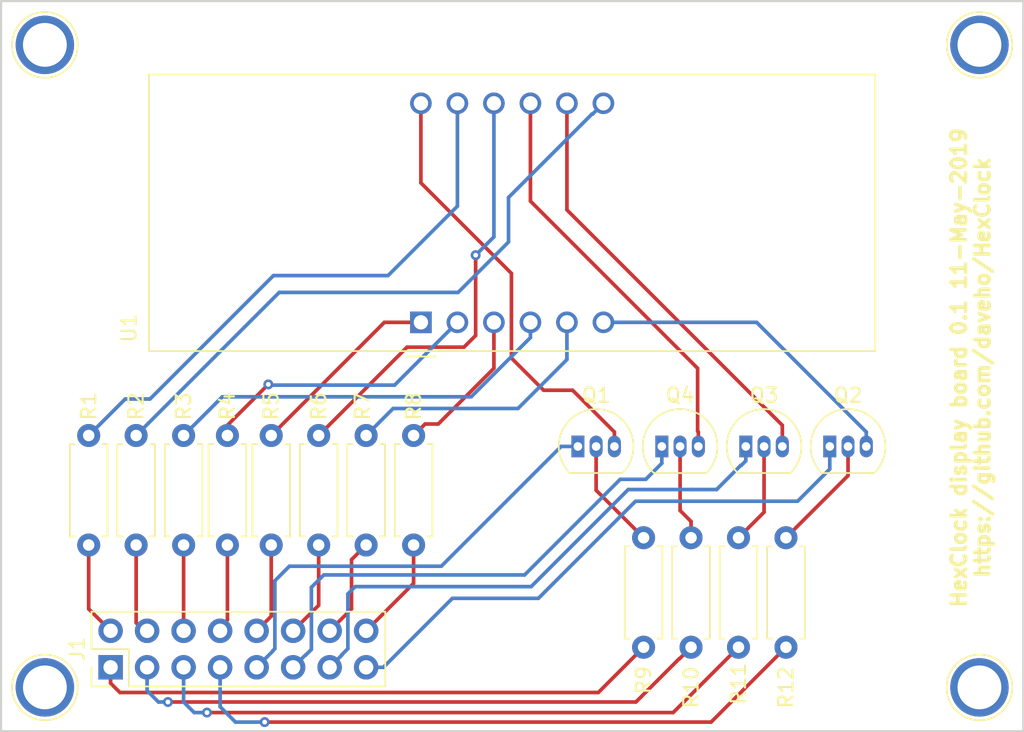
<source format=kicad_pcb>
(kicad_pcb (version 20171130) (host pcbnew 5.0.2-bee76a0~70~ubuntu16.04.1)

  (general
    (thickness 1.6)
    (drawings 5)
    (tracks 154)
    (zones 0)
    (modules 22)
    (nets 33)
  )

  (page USLetter)
  (layers
    (0 F.Cu signal)
    (31 B.Cu signal)
    (36 B.SilkS user)
    (37 F.SilkS user)
    (38 B.Mask user)
    (39 F.Mask user)
    (44 Edge.Cuts user)
    (45 Margin user)
    (46 B.CrtYd user)
    (47 F.CrtYd user)
  )

  (setup
    (last_trace_width 0.254)
    (user_trace_width 0.254)
    (user_trace_width 0.508)
    (trace_clearance 0.1524)
    (zone_clearance 0.508)
    (zone_45_only no)
    (trace_min 0.1524)
    (segment_width 0.2)
    (edge_width 0.15)
    (via_size 0.6858)
    (via_drill 0.3302)
    (via_min_size 0.508)
    (via_min_drill 0.254)
    (uvia_size 0.6858)
    (uvia_drill 0.3302)
    (uvias_allowed no)
    (uvia_min_size 0.2)
    (uvia_min_drill 0.1)
    (pcb_text_width 0.3)
    (pcb_text_size 1.5 1.5)
    (mod_edge_width 0.15)
    (mod_text_size 1 1)
    (mod_text_width 0.15)
    (pad_size 4.064 4.064)
    (pad_drill 3.048)
    (pad_to_mask_clearance 0.051)
    (solder_mask_min_width 0.25)
    (aux_axis_origin 0 0)
    (visible_elements FFFFFF7F)
    (pcbplotparams
      (layerselection 0x010fc_ffffffff)
      (usegerberextensions false)
      (usegerberattributes false)
      (usegerberadvancedattributes false)
      (creategerberjobfile false)
      (excludeedgelayer true)
      (linewidth 0.100000)
      (plotframeref false)
      (viasonmask false)
      (mode 1)
      (useauxorigin false)
      (hpglpennumber 1)
      (hpglpenspeed 20)
      (hpglpendiameter 15.000000)
      (psnegative false)
      (psa4output false)
      (plotreference true)
      (plotvalue true)
      (plotinvisibletext false)
      (padsonsilk false)
      (subtractmaskfromsilk false)
      (outputformat 1)
      (mirror false)
      (drillshape 1)
      (scaleselection 1)
      (outputdirectory ""))
  )

  (net 0 "")
  (net 1 "Net-(J1-Pad16)")
  (net 2 "Net-(J1-Pad14)")
  (net 3 "Net-(J1-Pad12)")
  (net 4 "Net-(J1-Pad10)")
  (net 5 /VCC3)
  (net 6 /VCC2)
  (net 7 /VCC1)
  (net 8 /VCC0)
  (net 9 /AN3)
  (net 10 /AN2)
  (net 11 /AN1)
  (net 12 /AN0)
  (net 13 "Net-(Q1-Pad3)")
  (net 14 "Net-(Q1-Pad2)")
  (net 15 "Net-(Q2-Pad2)")
  (net 16 "Net-(Q2-Pad3)")
  (net 17 "Net-(Q3-Pad3)")
  (net 18 "Net-(Q3-Pad2)")
  (net 19 "Net-(Q4-Pad2)")
  (net 20 "Net-(Q4-Pad3)")
  (net 21 "Net-(R1-Pad1)")
  (net 22 "Net-(R2-Pad1)")
  (net 23 "Net-(R3-Pad1)")
  (net 24 "Net-(R4-Pad1)")
  (net 25 "Net-(R5-Pad1)")
  (net 26 "Net-(R6-Pad1)")
  (net 27 "Net-(R7-Pad1)")
  (net 28 "Net-(R8-Pad1)")
  (net 29 "Net-(J1-Pad8)")
  (net 30 "Net-(J1-Pad6)")
  (net 31 "Net-(J1-Pad4)")
  (net 32 "Net-(J1-Pad2)")

  (net_class Default "This is the default net class."
    (clearance 0.1524)
    (trace_width 0.1524)
    (via_dia 0.6858)
    (via_drill 0.3302)
    (uvia_dia 0.6858)
    (uvia_drill 0.3302)
    (add_net /AN0)
    (add_net /AN1)
    (add_net /AN2)
    (add_net /AN3)
    (add_net /VCC0)
    (add_net /VCC1)
    (add_net /VCC2)
    (add_net /VCC3)
    (add_net "Net-(J1-Pad10)")
    (add_net "Net-(J1-Pad12)")
    (add_net "Net-(J1-Pad14)")
    (add_net "Net-(J1-Pad16)")
    (add_net "Net-(J1-Pad2)")
    (add_net "Net-(J1-Pad4)")
    (add_net "Net-(J1-Pad6)")
    (add_net "Net-(J1-Pad8)")
    (add_net "Net-(Q1-Pad2)")
    (add_net "Net-(Q1-Pad3)")
    (add_net "Net-(Q2-Pad2)")
    (add_net "Net-(Q2-Pad3)")
    (add_net "Net-(Q3-Pad2)")
    (add_net "Net-(Q3-Pad3)")
    (add_net "Net-(Q4-Pad2)")
    (add_net "Net-(Q4-Pad3)")
    (add_net "Net-(R1-Pad1)")
    (add_net "Net-(R2-Pad1)")
    (add_net "Net-(R3-Pad1)")
    (add_net "Net-(R4-Pad1)")
    (add_net "Net-(R5-Pad1)")
    (add_net "Net-(R6-Pad1)")
    (add_net "Net-(R7-Pad1)")
    (add_net "Net-(R8-Pad1)")
  )

  (module Resistors_ThroughHole:R_Axial_DIN0207_L6.3mm_D2.5mm_P7.62mm_Horizontal (layer F.Cu) (tedit 5874F706) (tstamp 5CD6CD5C)
    (at 102.108 88.138 270)
    (descr "Resistor, Axial_DIN0207 series, Axial, Horizontal, pin pitch=7.62mm, 0.25W = 1/4W, length*diameter=6.3*2.5mm^2, http://cdn-reichelt.de/documents/datenblatt/B400/1_4W%23YAG.pdf")
    (tags "Resistor Axial_DIN0207 series Axial Horizontal pin pitch 7.62mm 0.25W = 1/4W length 6.3mm diameter 2.5mm")
    (path /5CD9F131)
    (fp_text reference R11 (at 10.16 0 270) (layer F.SilkS)
      (effects (font (size 1 1) (thickness 0.15)))
    )
    (fp_text value 4k7 (at 3.81 2.31 270) (layer F.Fab)
      (effects (font (size 1 1) (thickness 0.15)))
    )
    (fp_line (start 8.7 -1.6) (end -1.05 -1.6) (layer F.CrtYd) (width 0.05))
    (fp_line (start 8.7 1.6) (end 8.7 -1.6) (layer F.CrtYd) (width 0.05))
    (fp_line (start -1.05 1.6) (end 8.7 1.6) (layer F.CrtYd) (width 0.05))
    (fp_line (start -1.05 -1.6) (end -1.05 1.6) (layer F.CrtYd) (width 0.05))
    (fp_line (start 7.02 1.31) (end 7.02 0.98) (layer F.SilkS) (width 0.12))
    (fp_line (start 0.6 1.31) (end 7.02 1.31) (layer F.SilkS) (width 0.12))
    (fp_line (start 0.6 0.98) (end 0.6 1.31) (layer F.SilkS) (width 0.12))
    (fp_line (start 7.02 -1.31) (end 7.02 -0.98) (layer F.SilkS) (width 0.12))
    (fp_line (start 0.6 -1.31) (end 7.02 -1.31) (layer F.SilkS) (width 0.12))
    (fp_line (start 0.6 -0.98) (end 0.6 -1.31) (layer F.SilkS) (width 0.12))
    (fp_line (start 7.62 0) (end 6.96 0) (layer F.Fab) (width 0.1))
    (fp_line (start 0 0) (end 0.66 0) (layer F.Fab) (width 0.1))
    (fp_line (start 6.96 -1.25) (end 0.66 -1.25) (layer F.Fab) (width 0.1))
    (fp_line (start 6.96 1.25) (end 6.96 -1.25) (layer F.Fab) (width 0.1))
    (fp_line (start 0.66 1.25) (end 6.96 1.25) (layer F.Fab) (width 0.1))
    (fp_line (start 0.66 -1.25) (end 0.66 1.25) (layer F.Fab) (width 0.1))
    (pad 2 thru_hole oval (at 7.62 0 270) (size 1.6 1.6) (drill 0.8) (layers *.Cu *.Mask)
      (net 10 /AN2))
    (pad 1 thru_hole circle (at 0 0 270) (size 1.6 1.6) (drill 0.8) (layers *.Cu *.Mask)
      (net 18 "Net-(Q3-Pad2)"))
    (model ${KISYS3DMOD}/Resistors_THT.3dshapes/R_Axial_DIN0207_L6.3mm_D2.5mm_P7.62mm_Horizontal.wrl
      (at (xyz 0 0 0))
      (scale (xyz 0.393701 0.393701 0.393701))
      (rotate (xyz 0 0 0))
    )
  )

  (module Resistors_ThroughHole:R_Axial_DIN0207_L6.3mm_D2.5mm_P7.62mm_Horizontal (layer F.Cu) (tedit 5874F706) (tstamp 5CD6CD72)
    (at 105.41 88.138 270)
    (descr "Resistor, Axial_DIN0207 series, Axial, Horizontal, pin pitch=7.62mm, 0.25W = 1/4W, length*diameter=6.3*2.5mm^2, http://cdn-reichelt.de/documents/datenblatt/B400/1_4W%23YAG.pdf")
    (tags "Resistor Axial_DIN0207 series Axial Horizontal pin pitch 7.62mm 0.25W = 1/4W length 6.3mm diameter 2.5mm")
    (path /5CD9F147)
    (fp_text reference R12 (at 10.414 0 270) (layer F.SilkS)
      (effects (font (size 1 1) (thickness 0.15)))
    )
    (fp_text value 4k7 (at 3.81 2.31 270) (layer F.Fab)
      (effects (font (size 1 1) (thickness 0.15)))
    )
    (fp_line (start 0.66 -1.25) (end 0.66 1.25) (layer F.Fab) (width 0.1))
    (fp_line (start 0.66 1.25) (end 6.96 1.25) (layer F.Fab) (width 0.1))
    (fp_line (start 6.96 1.25) (end 6.96 -1.25) (layer F.Fab) (width 0.1))
    (fp_line (start 6.96 -1.25) (end 0.66 -1.25) (layer F.Fab) (width 0.1))
    (fp_line (start 0 0) (end 0.66 0) (layer F.Fab) (width 0.1))
    (fp_line (start 7.62 0) (end 6.96 0) (layer F.Fab) (width 0.1))
    (fp_line (start 0.6 -0.98) (end 0.6 -1.31) (layer F.SilkS) (width 0.12))
    (fp_line (start 0.6 -1.31) (end 7.02 -1.31) (layer F.SilkS) (width 0.12))
    (fp_line (start 7.02 -1.31) (end 7.02 -0.98) (layer F.SilkS) (width 0.12))
    (fp_line (start 0.6 0.98) (end 0.6 1.31) (layer F.SilkS) (width 0.12))
    (fp_line (start 0.6 1.31) (end 7.02 1.31) (layer F.SilkS) (width 0.12))
    (fp_line (start 7.02 1.31) (end 7.02 0.98) (layer F.SilkS) (width 0.12))
    (fp_line (start -1.05 -1.6) (end -1.05 1.6) (layer F.CrtYd) (width 0.05))
    (fp_line (start -1.05 1.6) (end 8.7 1.6) (layer F.CrtYd) (width 0.05))
    (fp_line (start 8.7 1.6) (end 8.7 -1.6) (layer F.CrtYd) (width 0.05))
    (fp_line (start 8.7 -1.6) (end -1.05 -1.6) (layer F.CrtYd) (width 0.05))
    (pad 1 thru_hole circle (at 0 0 270) (size 1.6 1.6) (drill 0.8) (layers *.Cu *.Mask)
      (net 15 "Net-(Q2-Pad2)"))
    (pad 2 thru_hole oval (at 7.62 0 270) (size 1.6 1.6) (drill 0.8) (layers *.Cu *.Mask)
      (net 9 /AN3))
    (model ${KISYS3DMOD}/Resistors_THT.3dshapes/R_Axial_DIN0207_L6.3mm_D2.5mm_P7.62mm_Horizontal.wrl
      (at (xyz 0 0 0))
      (scale (xyz 0.393701 0.393701 0.393701))
      (rotate (xyz 0 0 0))
    )
  )

  (module Resistors_ThroughHole:R_Axial_DIN0207_L6.3mm_D2.5mm_P7.62mm_Horizontal (layer F.Cu) (tedit 5874F706) (tstamp 5CD6CD46)
    (at 98.806 88.138 270)
    (descr "Resistor, Axial_DIN0207 series, Axial, Horizontal, pin pitch=7.62mm, 0.25W = 1/4W, length*diameter=6.3*2.5mm^2, http://cdn-reichelt.de/documents/datenblatt/B400/1_4W%23YAG.pdf")
    (tags "Resistor Axial_DIN0207 series Axial Horizontal pin pitch 7.62mm 0.25W = 1/4W length 6.3mm diameter 2.5mm")
    (path /5CD9C3A4)
    (fp_text reference R10 (at 10.414 0 270) (layer F.SilkS)
      (effects (font (size 1 1) (thickness 0.15)))
    )
    (fp_text value 4k7 (at 3.81 2.31 270) (layer F.Fab)
      (effects (font (size 1 1) (thickness 0.15)))
    )
    (fp_line (start 0.66 -1.25) (end 0.66 1.25) (layer F.Fab) (width 0.1))
    (fp_line (start 0.66 1.25) (end 6.96 1.25) (layer F.Fab) (width 0.1))
    (fp_line (start 6.96 1.25) (end 6.96 -1.25) (layer F.Fab) (width 0.1))
    (fp_line (start 6.96 -1.25) (end 0.66 -1.25) (layer F.Fab) (width 0.1))
    (fp_line (start 0 0) (end 0.66 0) (layer F.Fab) (width 0.1))
    (fp_line (start 7.62 0) (end 6.96 0) (layer F.Fab) (width 0.1))
    (fp_line (start 0.6 -0.98) (end 0.6 -1.31) (layer F.SilkS) (width 0.12))
    (fp_line (start 0.6 -1.31) (end 7.02 -1.31) (layer F.SilkS) (width 0.12))
    (fp_line (start 7.02 -1.31) (end 7.02 -0.98) (layer F.SilkS) (width 0.12))
    (fp_line (start 0.6 0.98) (end 0.6 1.31) (layer F.SilkS) (width 0.12))
    (fp_line (start 0.6 1.31) (end 7.02 1.31) (layer F.SilkS) (width 0.12))
    (fp_line (start 7.02 1.31) (end 7.02 0.98) (layer F.SilkS) (width 0.12))
    (fp_line (start -1.05 -1.6) (end -1.05 1.6) (layer F.CrtYd) (width 0.05))
    (fp_line (start -1.05 1.6) (end 8.7 1.6) (layer F.CrtYd) (width 0.05))
    (fp_line (start 8.7 1.6) (end 8.7 -1.6) (layer F.CrtYd) (width 0.05))
    (fp_line (start 8.7 -1.6) (end -1.05 -1.6) (layer F.CrtYd) (width 0.05))
    (pad 1 thru_hole circle (at 0 0 270) (size 1.6 1.6) (drill 0.8) (layers *.Cu *.Mask)
      (net 19 "Net-(Q4-Pad2)"))
    (pad 2 thru_hole oval (at 7.62 0 270) (size 1.6 1.6) (drill 0.8) (layers *.Cu *.Mask)
      (net 11 /AN1))
    (model ${KISYS3DMOD}/Resistors_THT.3dshapes/R_Axial_DIN0207_L6.3mm_D2.5mm_P7.62mm_Horizontal.wrl
      (at (xyz 0 0 0))
      (scale (xyz 0.393701 0.393701 0.393701))
      (rotate (xyz 0 0 0))
    )
  )

  (module Resistors_ThroughHole:R_Axial_DIN0207_L6.3mm_D2.5mm_P7.62mm_Horizontal (layer F.Cu) (tedit 5874F706) (tstamp 5CD6CD30)
    (at 95.504 88.138 270)
    (descr "Resistor, Axial_DIN0207 series, Axial, Horizontal, pin pitch=7.62mm, 0.25W = 1/4W, length*diameter=6.3*2.5mm^2, http://cdn-reichelt.de/documents/datenblatt/B400/1_4W%23YAG.pdf")
    (tags "Resistor Axial_DIN0207 series Axial Horizontal pin pitch 7.62mm 0.25W = 1/4W length 6.3mm diameter 2.5mm")
    (path /5CC377AE)
    (fp_text reference R9 (at 9.906 0 270) (layer F.SilkS)
      (effects (font (size 1 1) (thickness 0.15)))
    )
    (fp_text value 4k7 (at 3.81 2.31 270) (layer F.Fab)
      (effects (font (size 1 1) (thickness 0.15)))
    )
    (fp_line (start 8.7 -1.6) (end -1.05 -1.6) (layer F.CrtYd) (width 0.05))
    (fp_line (start 8.7 1.6) (end 8.7 -1.6) (layer F.CrtYd) (width 0.05))
    (fp_line (start -1.05 1.6) (end 8.7 1.6) (layer F.CrtYd) (width 0.05))
    (fp_line (start -1.05 -1.6) (end -1.05 1.6) (layer F.CrtYd) (width 0.05))
    (fp_line (start 7.02 1.31) (end 7.02 0.98) (layer F.SilkS) (width 0.12))
    (fp_line (start 0.6 1.31) (end 7.02 1.31) (layer F.SilkS) (width 0.12))
    (fp_line (start 0.6 0.98) (end 0.6 1.31) (layer F.SilkS) (width 0.12))
    (fp_line (start 7.02 -1.31) (end 7.02 -0.98) (layer F.SilkS) (width 0.12))
    (fp_line (start 0.6 -1.31) (end 7.02 -1.31) (layer F.SilkS) (width 0.12))
    (fp_line (start 0.6 -0.98) (end 0.6 -1.31) (layer F.SilkS) (width 0.12))
    (fp_line (start 7.62 0) (end 6.96 0) (layer F.Fab) (width 0.1))
    (fp_line (start 0 0) (end 0.66 0) (layer F.Fab) (width 0.1))
    (fp_line (start 6.96 -1.25) (end 0.66 -1.25) (layer F.Fab) (width 0.1))
    (fp_line (start 6.96 1.25) (end 6.96 -1.25) (layer F.Fab) (width 0.1))
    (fp_line (start 0.66 1.25) (end 6.96 1.25) (layer F.Fab) (width 0.1))
    (fp_line (start 0.66 -1.25) (end 0.66 1.25) (layer F.Fab) (width 0.1))
    (pad 2 thru_hole oval (at 7.62 0 270) (size 1.6 1.6) (drill 0.8) (layers *.Cu *.Mask)
      (net 12 /AN0))
    (pad 1 thru_hole circle (at 0 0 270) (size 1.6 1.6) (drill 0.8) (layers *.Cu *.Mask)
      (net 14 "Net-(Q1-Pad2)"))
    (model ${KISYS3DMOD}/Resistors_THT.3dshapes/R_Axial_DIN0207_L6.3mm_D2.5mm_P7.62mm_Horizontal.wrl
      (at (xyz 0 0 0))
      (scale (xyz 0.393701 0.393701 0.393701))
      (rotate (xyz 0 0 0))
    )
  )

  (module TO_SOT_Packages_THT:TO-92_Inline_Narrow_Oval (layer F.Cu) (tedit 58CE52AF) (tstamp 5CD6CC34)
    (at 90.932 81.788)
    (descr "TO-92 leads in-line, narrow, oval pads, drill 0.6mm (see NXP sot054_po.pdf)")
    (tags "to-92 sc-43 sc-43a sot54 PA33 transistor")
    (path /5CC354EC)
    (fp_text reference Q1 (at 1.27 -3.56) (layer F.SilkS)
      (effects (font (size 1 1) (thickness 0.15)))
    )
    (fp_text value 2N3906 (at 1.27 2.79) (layer F.Fab)
      (effects (font (size 1 1) (thickness 0.15)))
    )
    (fp_arc (start 1.27 0) (end 1.27 -2.6) (angle 135) (layer F.SilkS) (width 0.12))
    (fp_arc (start 1.27 0) (end 1.27 -2.48) (angle -135) (layer F.Fab) (width 0.1))
    (fp_arc (start 1.27 0) (end 1.27 -2.6) (angle -135) (layer F.SilkS) (width 0.12))
    (fp_arc (start 1.27 0) (end 1.27 -2.48) (angle 135) (layer F.Fab) (width 0.1))
    (fp_line (start 4 2.01) (end -1.46 2.01) (layer F.CrtYd) (width 0.05))
    (fp_line (start 4 2.01) (end 4 -2.73) (layer F.CrtYd) (width 0.05))
    (fp_line (start -1.46 -2.73) (end -1.46 2.01) (layer F.CrtYd) (width 0.05))
    (fp_line (start -1.46 -2.73) (end 4 -2.73) (layer F.CrtYd) (width 0.05))
    (fp_line (start -0.5 1.75) (end 3 1.75) (layer F.Fab) (width 0.1))
    (fp_line (start -0.53 1.85) (end 3.07 1.85) (layer F.SilkS) (width 0.12))
    (fp_text user %R (at 1.27 -3.56) (layer F.Fab)
      (effects (font (size 1 1) (thickness 0.15)))
    )
    (pad 1 thru_hole rect (at 0 0 180) (size 0.9 1.5) (drill 0.6) (layers *.Cu *.Mask)
      (net 8 /VCC0))
    (pad 3 thru_hole oval (at 2.54 0 180) (size 0.9 1.5) (drill 0.6) (layers *.Cu *.Mask)
      (net 13 "Net-(Q1-Pad3)"))
    (pad 2 thru_hole oval (at 1.27 0 180) (size 0.9 1.5) (drill 0.6) (layers *.Cu *.Mask)
      (net 14 "Net-(Q1-Pad2)"))
    (model ${KISYS3DMOD}/TO_SOT_Packages_THT.3dshapes/TO-92_Inline_Narrow_Oval.wrl
      (offset (xyz 1.269999980926514 0 0))
      (scale (xyz 1 1 1))
      (rotate (xyz 0 0 -90))
    )
  )

  (module TO_SOT_Packages_THT:TO-92_Inline_Narrow_Oval (layer F.Cu) (tedit 58CE52AF) (tstamp 5CD6CC46)
    (at 108.458 81.788)
    (descr "TO-92 leads in-line, narrow, oval pads, drill 0.6mm (see NXP sot054_po.pdf)")
    (tags "to-92 sc-43 sc-43a sot54 PA33 transistor")
    (path /5CD9F140)
    (fp_text reference Q2 (at 1.27 -3.56) (layer F.SilkS)
      (effects (font (size 1 1) (thickness 0.15)))
    )
    (fp_text value 2N3906 (at 1.27 2.79) (layer F.Fab)
      (effects (font (size 1 1) (thickness 0.15)))
    )
    (fp_text user %R (at 1.27 -3.56) (layer F.Fab)
      (effects (font (size 1 1) (thickness 0.15)))
    )
    (fp_line (start -0.53 1.85) (end 3.07 1.85) (layer F.SilkS) (width 0.12))
    (fp_line (start -0.5 1.75) (end 3 1.75) (layer F.Fab) (width 0.1))
    (fp_line (start -1.46 -2.73) (end 4 -2.73) (layer F.CrtYd) (width 0.05))
    (fp_line (start -1.46 -2.73) (end -1.46 2.01) (layer F.CrtYd) (width 0.05))
    (fp_line (start 4 2.01) (end 4 -2.73) (layer F.CrtYd) (width 0.05))
    (fp_line (start 4 2.01) (end -1.46 2.01) (layer F.CrtYd) (width 0.05))
    (fp_arc (start 1.27 0) (end 1.27 -2.48) (angle 135) (layer F.Fab) (width 0.1))
    (fp_arc (start 1.27 0) (end 1.27 -2.6) (angle -135) (layer F.SilkS) (width 0.12))
    (fp_arc (start 1.27 0) (end 1.27 -2.48) (angle -135) (layer F.Fab) (width 0.1))
    (fp_arc (start 1.27 0) (end 1.27 -2.6) (angle 135) (layer F.SilkS) (width 0.12))
    (pad 2 thru_hole oval (at 1.27 0 180) (size 0.9 1.5) (drill 0.6) (layers *.Cu *.Mask)
      (net 15 "Net-(Q2-Pad2)"))
    (pad 3 thru_hole oval (at 2.54 0 180) (size 0.9 1.5) (drill 0.6) (layers *.Cu *.Mask)
      (net 16 "Net-(Q2-Pad3)"))
    (pad 1 thru_hole rect (at 0 0 180) (size 0.9 1.5) (drill 0.6) (layers *.Cu *.Mask)
      (net 5 /VCC3))
    (model ${KISYS3DMOD}/TO_SOT_Packages_THT.3dshapes/TO-92_Inline_Narrow_Oval.wrl
      (offset (xyz 1.269999980926514 0 0))
      (scale (xyz 1 1 1))
      (rotate (xyz 0 0 -90))
    )
  )

  (module TO_SOT_Packages_THT:TO-92_Inline_Narrow_Oval (layer F.Cu) (tedit 58CE52AF) (tstamp 5CD6CC58)
    (at 102.616 81.788)
    (descr "TO-92 leads in-line, narrow, oval pads, drill 0.6mm (see NXP sot054_po.pdf)")
    (tags "to-92 sc-43 sc-43a sot54 PA33 transistor")
    (path /5CD9F12A)
    (fp_text reference Q3 (at 1.27 -3.56) (layer F.SilkS)
      (effects (font (size 1 1) (thickness 0.15)))
    )
    (fp_text value 2N3906 (at 1.27 2.79) (layer F.Fab)
      (effects (font (size 1 1) (thickness 0.15)))
    )
    (fp_arc (start 1.27 0) (end 1.27 -2.6) (angle 135) (layer F.SilkS) (width 0.12))
    (fp_arc (start 1.27 0) (end 1.27 -2.48) (angle -135) (layer F.Fab) (width 0.1))
    (fp_arc (start 1.27 0) (end 1.27 -2.6) (angle -135) (layer F.SilkS) (width 0.12))
    (fp_arc (start 1.27 0) (end 1.27 -2.48) (angle 135) (layer F.Fab) (width 0.1))
    (fp_line (start 4 2.01) (end -1.46 2.01) (layer F.CrtYd) (width 0.05))
    (fp_line (start 4 2.01) (end 4 -2.73) (layer F.CrtYd) (width 0.05))
    (fp_line (start -1.46 -2.73) (end -1.46 2.01) (layer F.CrtYd) (width 0.05))
    (fp_line (start -1.46 -2.73) (end 4 -2.73) (layer F.CrtYd) (width 0.05))
    (fp_line (start -0.5 1.75) (end 3 1.75) (layer F.Fab) (width 0.1))
    (fp_line (start -0.53 1.85) (end 3.07 1.85) (layer F.SilkS) (width 0.12))
    (fp_text user %R (at 1.27 -3.56) (layer F.Fab)
      (effects (font (size 1 1) (thickness 0.15)))
    )
    (pad 1 thru_hole rect (at 0 0 180) (size 0.9 1.5) (drill 0.6) (layers *.Cu *.Mask)
      (net 6 /VCC2))
    (pad 3 thru_hole oval (at 2.54 0 180) (size 0.9 1.5) (drill 0.6) (layers *.Cu *.Mask)
      (net 17 "Net-(Q3-Pad3)"))
    (pad 2 thru_hole oval (at 1.27 0 180) (size 0.9 1.5) (drill 0.6) (layers *.Cu *.Mask)
      (net 18 "Net-(Q3-Pad2)"))
    (model ${KISYS3DMOD}/TO_SOT_Packages_THT.3dshapes/TO-92_Inline_Narrow_Oval.wrl
      (offset (xyz 1.269999980926514 0 0))
      (scale (xyz 1 1 1))
      (rotate (xyz 0 0 -90))
    )
  )

  (module TO_SOT_Packages_THT:TO-92_Inline_Narrow_Oval (layer F.Cu) (tedit 58CE52AF) (tstamp 5CD6CC6A)
    (at 96.774 81.788)
    (descr "TO-92 leads in-line, narrow, oval pads, drill 0.6mm (see NXP sot054_po.pdf)")
    (tags "to-92 sc-43 sc-43a sot54 PA33 transistor")
    (path /5CD9C39D)
    (fp_text reference Q4 (at 1.27 -3.56) (layer F.SilkS)
      (effects (font (size 1 1) (thickness 0.15)))
    )
    (fp_text value 2N3906 (at 1.27 2.79) (layer F.Fab)
      (effects (font (size 1 1) (thickness 0.15)))
    )
    (fp_text user %R (at 1.27 -3.56) (layer F.Fab)
      (effects (font (size 1 1) (thickness 0.15)))
    )
    (fp_line (start -0.53 1.85) (end 3.07 1.85) (layer F.SilkS) (width 0.12))
    (fp_line (start -0.5 1.75) (end 3 1.75) (layer F.Fab) (width 0.1))
    (fp_line (start -1.46 -2.73) (end 4 -2.73) (layer F.CrtYd) (width 0.05))
    (fp_line (start -1.46 -2.73) (end -1.46 2.01) (layer F.CrtYd) (width 0.05))
    (fp_line (start 4 2.01) (end 4 -2.73) (layer F.CrtYd) (width 0.05))
    (fp_line (start 4 2.01) (end -1.46 2.01) (layer F.CrtYd) (width 0.05))
    (fp_arc (start 1.27 0) (end 1.27 -2.48) (angle 135) (layer F.Fab) (width 0.1))
    (fp_arc (start 1.27 0) (end 1.27 -2.6) (angle -135) (layer F.SilkS) (width 0.12))
    (fp_arc (start 1.27 0) (end 1.27 -2.48) (angle -135) (layer F.Fab) (width 0.1))
    (fp_arc (start 1.27 0) (end 1.27 -2.6) (angle 135) (layer F.SilkS) (width 0.12))
    (pad 2 thru_hole oval (at 1.27 0 180) (size 0.9 1.5) (drill 0.6) (layers *.Cu *.Mask)
      (net 19 "Net-(Q4-Pad2)"))
    (pad 3 thru_hole oval (at 2.54 0 180) (size 0.9 1.5) (drill 0.6) (layers *.Cu *.Mask)
      (net 20 "Net-(Q4-Pad3)"))
    (pad 1 thru_hole rect (at 0 0 180) (size 0.9 1.5) (drill 0.6) (layers *.Cu *.Mask)
      (net 7 /VCC1))
    (model ${KISYS3DMOD}/TO_SOT_Packages_THT.3dshapes/TO-92_Inline_Narrow_Oval.wrl
      (offset (xyz 1.269999980926514 0 0))
      (scale (xyz 1 1 1))
      (rotate (xyz 0 0 -90))
    )
  )

  (module Resistors_ThroughHole:R_Axial_DIN0207_L6.3mm_D2.5mm_P7.62mm_Horizontal (layer F.Cu) (tedit 5874F706) (tstamp 5CD6DE5E)
    (at 56.896 81.026 270)
    (descr "Resistor, Axial_DIN0207 series, Axial, Horizontal, pin pitch=7.62mm, 0.25W = 1/4W, length*diameter=6.3*2.5mm^2, http://cdn-reichelt.de/documents/datenblatt/B400/1_4W%23YAG.pdf")
    (tags "Resistor Axial_DIN0207 series Axial Horizontal pin pitch 7.62mm 0.25W = 1/4W length 6.3mm diameter 2.5mm")
    (path /5CD03268)
    (fp_text reference R1 (at -2.032 0 270) (layer F.SilkS)
      (effects (font (size 1 1) (thickness 0.15)))
    )
    (fp_text value 220 (at 3.81 2.31 270) (layer F.Fab)
      (effects (font (size 1 1) (thickness 0.15)))
    )
    (fp_line (start 0.66 -1.25) (end 0.66 1.25) (layer F.Fab) (width 0.1))
    (fp_line (start 0.66 1.25) (end 6.96 1.25) (layer F.Fab) (width 0.1))
    (fp_line (start 6.96 1.25) (end 6.96 -1.25) (layer F.Fab) (width 0.1))
    (fp_line (start 6.96 -1.25) (end 0.66 -1.25) (layer F.Fab) (width 0.1))
    (fp_line (start 0 0) (end 0.66 0) (layer F.Fab) (width 0.1))
    (fp_line (start 7.62 0) (end 6.96 0) (layer F.Fab) (width 0.1))
    (fp_line (start 0.6 -0.98) (end 0.6 -1.31) (layer F.SilkS) (width 0.12))
    (fp_line (start 0.6 -1.31) (end 7.02 -1.31) (layer F.SilkS) (width 0.12))
    (fp_line (start 7.02 -1.31) (end 7.02 -0.98) (layer F.SilkS) (width 0.12))
    (fp_line (start 0.6 0.98) (end 0.6 1.31) (layer F.SilkS) (width 0.12))
    (fp_line (start 0.6 1.31) (end 7.02 1.31) (layer F.SilkS) (width 0.12))
    (fp_line (start 7.02 1.31) (end 7.02 0.98) (layer F.SilkS) (width 0.12))
    (fp_line (start -1.05 -1.6) (end -1.05 1.6) (layer F.CrtYd) (width 0.05))
    (fp_line (start -1.05 1.6) (end 8.7 1.6) (layer F.CrtYd) (width 0.05))
    (fp_line (start 8.7 1.6) (end 8.7 -1.6) (layer F.CrtYd) (width 0.05))
    (fp_line (start 8.7 -1.6) (end -1.05 -1.6) (layer F.CrtYd) (width 0.05))
    (pad 1 thru_hole circle (at 0 0 270) (size 1.6 1.6) (drill 0.8) (layers *.Cu *.Mask)
      (net 21 "Net-(R1-Pad1)"))
    (pad 2 thru_hole oval (at 7.62 0 270) (size 1.6 1.6) (drill 0.8) (layers *.Cu *.Mask)
      (net 32 "Net-(J1-Pad2)"))
    (model ${KISYS3DMOD}/Resistors_THT.3dshapes/R_Axial_DIN0207_L6.3mm_D2.5mm_P7.62mm_Horizontal.wrl
      (at (xyz 0 0 0))
      (scale (xyz 0.393701 0.393701 0.393701))
      (rotate (xyz 0 0 0))
    )
  )

  (module Resistors_ThroughHole:R_Axial_DIN0207_L6.3mm_D2.5mm_P7.62mm_Horizontal (layer F.Cu) (tedit 5874F706) (tstamp 5CD6DE1F)
    (at 60.198 81.026 270)
    (descr "Resistor, Axial_DIN0207 series, Axial, Horizontal, pin pitch=7.62mm, 0.25W = 1/4W, length*diameter=6.3*2.5mm^2, http://cdn-reichelt.de/documents/datenblatt/B400/1_4W%23YAG.pdf")
    (tags "Resistor Axial_DIN0207 series Axial Horizontal pin pitch 7.62mm 0.25W = 1/4W length 6.3mm diameter 2.5mm")
    (path /5CD0E1D0)
    (fp_text reference R2 (at -2.032 0 270) (layer F.SilkS)
      (effects (font (size 1 1) (thickness 0.15)))
    )
    (fp_text value 220 (at 3.81 2.31 270) (layer F.Fab)
      (effects (font (size 1 1) (thickness 0.15)))
    )
    (fp_line (start 8.7 -1.6) (end -1.05 -1.6) (layer F.CrtYd) (width 0.05))
    (fp_line (start 8.7 1.6) (end 8.7 -1.6) (layer F.CrtYd) (width 0.05))
    (fp_line (start -1.05 1.6) (end 8.7 1.6) (layer F.CrtYd) (width 0.05))
    (fp_line (start -1.05 -1.6) (end -1.05 1.6) (layer F.CrtYd) (width 0.05))
    (fp_line (start 7.02 1.31) (end 7.02 0.98) (layer F.SilkS) (width 0.12))
    (fp_line (start 0.6 1.31) (end 7.02 1.31) (layer F.SilkS) (width 0.12))
    (fp_line (start 0.6 0.98) (end 0.6 1.31) (layer F.SilkS) (width 0.12))
    (fp_line (start 7.02 -1.31) (end 7.02 -0.98) (layer F.SilkS) (width 0.12))
    (fp_line (start 0.6 -1.31) (end 7.02 -1.31) (layer F.SilkS) (width 0.12))
    (fp_line (start 0.6 -0.98) (end 0.6 -1.31) (layer F.SilkS) (width 0.12))
    (fp_line (start 7.62 0) (end 6.96 0) (layer F.Fab) (width 0.1))
    (fp_line (start 0 0) (end 0.66 0) (layer F.Fab) (width 0.1))
    (fp_line (start 6.96 -1.25) (end 0.66 -1.25) (layer F.Fab) (width 0.1))
    (fp_line (start 6.96 1.25) (end 6.96 -1.25) (layer F.Fab) (width 0.1))
    (fp_line (start 0.66 1.25) (end 6.96 1.25) (layer F.Fab) (width 0.1))
    (fp_line (start 0.66 -1.25) (end 0.66 1.25) (layer F.Fab) (width 0.1))
    (pad 2 thru_hole oval (at 7.62 0 270) (size 1.6 1.6) (drill 0.8) (layers *.Cu *.Mask)
      (net 31 "Net-(J1-Pad4)"))
    (pad 1 thru_hole circle (at 0 0 270) (size 1.6 1.6) (drill 0.8) (layers *.Cu *.Mask)
      (net 22 "Net-(R2-Pad1)"))
    (model ${KISYS3DMOD}/Resistors_THT.3dshapes/R_Axial_DIN0207_L6.3mm_D2.5mm_P7.62mm_Horizontal.wrl
      (at (xyz 0 0 0))
      (scale (xyz 0.393701 0.393701 0.393701))
      (rotate (xyz 0 0 0))
    )
  )

  (module Resistors_ThroughHole:R_Axial_DIN0207_L6.3mm_D2.5mm_P7.62mm_Horizontal (layer F.Cu) (tedit 5874F706) (tstamp 5CD6DEDC)
    (at 63.5 81.026 270)
    (descr "Resistor, Axial_DIN0207 series, Axial, Horizontal, pin pitch=7.62mm, 0.25W = 1/4W, length*diameter=6.3*2.5mm^2, http://cdn-reichelt.de/documents/datenblatt/B400/1_4W%23YAG.pdf")
    (tags "Resistor Axial_DIN0207 series Axial Horizontal pin pitch 7.62mm 0.25W = 1/4W length 6.3mm diameter 2.5mm")
    (path /5CD18F70)
    (fp_text reference R3 (at -2.032 0 270) (layer F.SilkS)
      (effects (font (size 1 1) (thickness 0.15)))
    )
    (fp_text value 220 (at 3.81 2.31 270) (layer F.Fab)
      (effects (font (size 1 1) (thickness 0.15)))
    )
    (fp_line (start 0.66 -1.25) (end 0.66 1.25) (layer F.Fab) (width 0.1))
    (fp_line (start 0.66 1.25) (end 6.96 1.25) (layer F.Fab) (width 0.1))
    (fp_line (start 6.96 1.25) (end 6.96 -1.25) (layer F.Fab) (width 0.1))
    (fp_line (start 6.96 -1.25) (end 0.66 -1.25) (layer F.Fab) (width 0.1))
    (fp_line (start 0 0) (end 0.66 0) (layer F.Fab) (width 0.1))
    (fp_line (start 7.62 0) (end 6.96 0) (layer F.Fab) (width 0.1))
    (fp_line (start 0.6 -0.98) (end 0.6 -1.31) (layer F.SilkS) (width 0.12))
    (fp_line (start 0.6 -1.31) (end 7.02 -1.31) (layer F.SilkS) (width 0.12))
    (fp_line (start 7.02 -1.31) (end 7.02 -0.98) (layer F.SilkS) (width 0.12))
    (fp_line (start 0.6 0.98) (end 0.6 1.31) (layer F.SilkS) (width 0.12))
    (fp_line (start 0.6 1.31) (end 7.02 1.31) (layer F.SilkS) (width 0.12))
    (fp_line (start 7.02 1.31) (end 7.02 0.98) (layer F.SilkS) (width 0.12))
    (fp_line (start -1.05 -1.6) (end -1.05 1.6) (layer F.CrtYd) (width 0.05))
    (fp_line (start -1.05 1.6) (end 8.7 1.6) (layer F.CrtYd) (width 0.05))
    (fp_line (start 8.7 1.6) (end 8.7 -1.6) (layer F.CrtYd) (width 0.05))
    (fp_line (start 8.7 -1.6) (end -1.05 -1.6) (layer F.CrtYd) (width 0.05))
    (pad 1 thru_hole circle (at 0 0 270) (size 1.6 1.6) (drill 0.8) (layers *.Cu *.Mask)
      (net 23 "Net-(R3-Pad1)"))
    (pad 2 thru_hole oval (at 7.62 0 270) (size 1.6 1.6) (drill 0.8) (layers *.Cu *.Mask)
      (net 30 "Net-(J1-Pad6)"))
    (model ${KISYS3DMOD}/Resistors_THT.3dshapes/R_Axial_DIN0207_L6.3mm_D2.5mm_P7.62mm_Horizontal.wrl
      (at (xyz 0 0 0))
      (scale (xyz 0.393701 0.393701 0.393701))
      (rotate (xyz 0 0 0))
    )
  )

  (module Resistors_ThroughHole:R_Axial_DIN0207_L6.3mm_D2.5mm_P7.62mm_Horizontal (layer F.Cu) (tedit 5874F706) (tstamp 5CD6DE9D)
    (at 66.548 81.026 270)
    (descr "Resistor, Axial_DIN0207 series, Axial, Horizontal, pin pitch=7.62mm, 0.25W = 1/4W, length*diameter=6.3*2.5mm^2, http://cdn-reichelt.de/documents/datenblatt/B400/1_4W%23YAG.pdf")
    (tags "Resistor Axial_DIN0207 series Axial Horizontal pin pitch 7.62mm 0.25W = 1/4W length 6.3mm diameter 2.5mm")
    (path /5CD18F76)
    (fp_text reference R4 (at -2.032 0 270) (layer F.SilkS)
      (effects (font (size 1 1) (thickness 0.15)))
    )
    (fp_text value 220 (at 3.81 2.31 270) (layer F.Fab)
      (effects (font (size 1 1) (thickness 0.15)))
    )
    (fp_line (start 8.7 -1.6) (end -1.05 -1.6) (layer F.CrtYd) (width 0.05))
    (fp_line (start 8.7 1.6) (end 8.7 -1.6) (layer F.CrtYd) (width 0.05))
    (fp_line (start -1.05 1.6) (end 8.7 1.6) (layer F.CrtYd) (width 0.05))
    (fp_line (start -1.05 -1.6) (end -1.05 1.6) (layer F.CrtYd) (width 0.05))
    (fp_line (start 7.02 1.31) (end 7.02 0.98) (layer F.SilkS) (width 0.12))
    (fp_line (start 0.6 1.31) (end 7.02 1.31) (layer F.SilkS) (width 0.12))
    (fp_line (start 0.6 0.98) (end 0.6 1.31) (layer F.SilkS) (width 0.12))
    (fp_line (start 7.02 -1.31) (end 7.02 -0.98) (layer F.SilkS) (width 0.12))
    (fp_line (start 0.6 -1.31) (end 7.02 -1.31) (layer F.SilkS) (width 0.12))
    (fp_line (start 0.6 -0.98) (end 0.6 -1.31) (layer F.SilkS) (width 0.12))
    (fp_line (start 7.62 0) (end 6.96 0) (layer F.Fab) (width 0.1))
    (fp_line (start 0 0) (end 0.66 0) (layer F.Fab) (width 0.1))
    (fp_line (start 6.96 -1.25) (end 0.66 -1.25) (layer F.Fab) (width 0.1))
    (fp_line (start 6.96 1.25) (end 6.96 -1.25) (layer F.Fab) (width 0.1))
    (fp_line (start 0.66 1.25) (end 6.96 1.25) (layer F.Fab) (width 0.1))
    (fp_line (start 0.66 -1.25) (end 0.66 1.25) (layer F.Fab) (width 0.1))
    (pad 2 thru_hole oval (at 7.62 0 270) (size 1.6 1.6) (drill 0.8) (layers *.Cu *.Mask)
      (net 29 "Net-(J1-Pad8)"))
    (pad 1 thru_hole circle (at 0 0 270) (size 1.6 1.6) (drill 0.8) (layers *.Cu *.Mask)
      (net 24 "Net-(R4-Pad1)"))
    (model ${KISYS3DMOD}/Resistors_THT.3dshapes/R_Axial_DIN0207_L6.3mm_D2.5mm_P7.62mm_Horizontal.wrl
      (at (xyz 0 0 0))
      (scale (xyz 0.393701 0.393701 0.393701))
      (rotate (xyz 0 0 0))
    )
  )

  (module Resistors_ThroughHole:R_Axial_DIN0207_L6.3mm_D2.5mm_P7.62mm_Horizontal (layer F.Cu) (tedit 5874F706) (tstamp 5CD6DDE0)
    (at 69.596 81.026 270)
    (descr "Resistor, Axial_DIN0207 series, Axial, Horizontal, pin pitch=7.62mm, 0.25W = 1/4W, length*diameter=6.3*2.5mm^2, http://cdn-reichelt.de/documents/datenblatt/B400/1_4W%23YAG.pdf")
    (tags "Resistor Axial_DIN0207 series Axial Horizontal pin pitch 7.62mm 0.25W = 1/4W length 6.3mm diameter 2.5mm")
    (path /5CD1E6E7)
    (fp_text reference R5 (at -2.032 0 270) (layer F.SilkS)
      (effects (font (size 1 1) (thickness 0.15)))
    )
    (fp_text value 220 (at 3.81 2.31 270) (layer F.Fab)
      (effects (font (size 1 1) (thickness 0.15)))
    )
    (fp_line (start 0.66 -1.25) (end 0.66 1.25) (layer F.Fab) (width 0.1))
    (fp_line (start 0.66 1.25) (end 6.96 1.25) (layer F.Fab) (width 0.1))
    (fp_line (start 6.96 1.25) (end 6.96 -1.25) (layer F.Fab) (width 0.1))
    (fp_line (start 6.96 -1.25) (end 0.66 -1.25) (layer F.Fab) (width 0.1))
    (fp_line (start 0 0) (end 0.66 0) (layer F.Fab) (width 0.1))
    (fp_line (start 7.62 0) (end 6.96 0) (layer F.Fab) (width 0.1))
    (fp_line (start 0.6 -0.98) (end 0.6 -1.31) (layer F.SilkS) (width 0.12))
    (fp_line (start 0.6 -1.31) (end 7.02 -1.31) (layer F.SilkS) (width 0.12))
    (fp_line (start 7.02 -1.31) (end 7.02 -0.98) (layer F.SilkS) (width 0.12))
    (fp_line (start 0.6 0.98) (end 0.6 1.31) (layer F.SilkS) (width 0.12))
    (fp_line (start 0.6 1.31) (end 7.02 1.31) (layer F.SilkS) (width 0.12))
    (fp_line (start 7.02 1.31) (end 7.02 0.98) (layer F.SilkS) (width 0.12))
    (fp_line (start -1.05 -1.6) (end -1.05 1.6) (layer F.CrtYd) (width 0.05))
    (fp_line (start -1.05 1.6) (end 8.7 1.6) (layer F.CrtYd) (width 0.05))
    (fp_line (start 8.7 1.6) (end 8.7 -1.6) (layer F.CrtYd) (width 0.05))
    (fp_line (start 8.7 -1.6) (end -1.05 -1.6) (layer F.CrtYd) (width 0.05))
    (pad 1 thru_hole circle (at 0 0 270) (size 1.6 1.6) (drill 0.8) (layers *.Cu *.Mask)
      (net 25 "Net-(R5-Pad1)"))
    (pad 2 thru_hole oval (at 7.62 0 270) (size 1.6 1.6) (drill 0.8) (layers *.Cu *.Mask)
      (net 4 "Net-(J1-Pad10)"))
    (model ${KISYS3DMOD}/Resistors_THT.3dshapes/R_Axial_DIN0207_L6.3mm_D2.5mm_P7.62mm_Horizontal.wrl
      (at (xyz 0 0 0))
      (scale (xyz 0.393701 0.393701 0.393701))
      (rotate (xyz 0 0 0))
    )
  )

  (module Resistors_ThroughHole:R_Axial_DIN0207_L6.3mm_D2.5mm_P7.62mm_Horizontal (layer F.Cu) (tedit 5874F706) (tstamp 5CD6DD62)
    (at 72.898 81.026 270)
    (descr "Resistor, Axial_DIN0207 series, Axial, Horizontal, pin pitch=7.62mm, 0.25W = 1/4W, length*diameter=6.3*2.5mm^2, http://cdn-reichelt.de/documents/datenblatt/B400/1_4W%23YAG.pdf")
    (tags "Resistor Axial_DIN0207 series Axial Horizontal pin pitch 7.62mm 0.25W = 1/4W length 6.3mm diameter 2.5mm")
    (path /5CD1E6ED)
    (fp_text reference R6 (at -2.032 0 270) (layer F.SilkS)
      (effects (font (size 1 1) (thickness 0.15)))
    )
    (fp_text value 220 (at 3.81 2.31 270) (layer F.Fab)
      (effects (font (size 1 1) (thickness 0.15)))
    )
    (fp_line (start 8.7 -1.6) (end -1.05 -1.6) (layer F.CrtYd) (width 0.05))
    (fp_line (start 8.7 1.6) (end 8.7 -1.6) (layer F.CrtYd) (width 0.05))
    (fp_line (start -1.05 1.6) (end 8.7 1.6) (layer F.CrtYd) (width 0.05))
    (fp_line (start -1.05 -1.6) (end -1.05 1.6) (layer F.CrtYd) (width 0.05))
    (fp_line (start 7.02 1.31) (end 7.02 0.98) (layer F.SilkS) (width 0.12))
    (fp_line (start 0.6 1.31) (end 7.02 1.31) (layer F.SilkS) (width 0.12))
    (fp_line (start 0.6 0.98) (end 0.6 1.31) (layer F.SilkS) (width 0.12))
    (fp_line (start 7.02 -1.31) (end 7.02 -0.98) (layer F.SilkS) (width 0.12))
    (fp_line (start 0.6 -1.31) (end 7.02 -1.31) (layer F.SilkS) (width 0.12))
    (fp_line (start 0.6 -0.98) (end 0.6 -1.31) (layer F.SilkS) (width 0.12))
    (fp_line (start 7.62 0) (end 6.96 0) (layer F.Fab) (width 0.1))
    (fp_line (start 0 0) (end 0.66 0) (layer F.Fab) (width 0.1))
    (fp_line (start 6.96 -1.25) (end 0.66 -1.25) (layer F.Fab) (width 0.1))
    (fp_line (start 6.96 1.25) (end 6.96 -1.25) (layer F.Fab) (width 0.1))
    (fp_line (start 0.66 1.25) (end 6.96 1.25) (layer F.Fab) (width 0.1))
    (fp_line (start 0.66 -1.25) (end 0.66 1.25) (layer F.Fab) (width 0.1))
    (pad 2 thru_hole oval (at 7.62 0 270) (size 1.6 1.6) (drill 0.8) (layers *.Cu *.Mask)
      (net 3 "Net-(J1-Pad12)"))
    (pad 1 thru_hole circle (at 0 0 270) (size 1.6 1.6) (drill 0.8) (layers *.Cu *.Mask)
      (net 26 "Net-(R6-Pad1)"))
    (model ${KISYS3DMOD}/Resistors_THT.3dshapes/R_Axial_DIN0207_L6.3mm_D2.5mm_P7.62mm_Horizontal.wrl
      (at (xyz 0 0 0))
      (scale (xyz 0.393701 0.393701 0.393701))
      (rotate (xyz 0 0 0))
    )
  )

  (module Resistors_ThroughHole:R_Axial_DIN0207_L6.3mm_D2.5mm_P7.62mm_Horizontal (layer F.Cu) (tedit 5874F706) (tstamp 5CD6DF1B)
    (at 76.2 81.026 270)
    (descr "Resistor, Axial_DIN0207 series, Axial, Horizontal, pin pitch=7.62mm, 0.25W = 1/4W, length*diameter=6.3*2.5mm^2, http://cdn-reichelt.de/documents/datenblatt/B400/1_4W%23YAG.pdf")
    (tags "Resistor Axial_DIN0207 series Axial Horizontal pin pitch 7.62mm 0.25W = 1/4W length 6.3mm diameter 2.5mm")
    (path /5CD1E6F3)
    (fp_text reference R7 (at -2.032 0.254 270) (layer F.SilkS)
      (effects (font (size 1 1) (thickness 0.15)))
    )
    (fp_text value 220 (at 3.81 2.31 270) (layer F.Fab)
      (effects (font (size 1 1) (thickness 0.15)))
    )
    (fp_line (start 0.66 -1.25) (end 0.66 1.25) (layer F.Fab) (width 0.1))
    (fp_line (start 0.66 1.25) (end 6.96 1.25) (layer F.Fab) (width 0.1))
    (fp_line (start 6.96 1.25) (end 6.96 -1.25) (layer F.Fab) (width 0.1))
    (fp_line (start 6.96 -1.25) (end 0.66 -1.25) (layer F.Fab) (width 0.1))
    (fp_line (start 0 0) (end 0.66 0) (layer F.Fab) (width 0.1))
    (fp_line (start 7.62 0) (end 6.96 0) (layer F.Fab) (width 0.1))
    (fp_line (start 0.6 -0.98) (end 0.6 -1.31) (layer F.SilkS) (width 0.12))
    (fp_line (start 0.6 -1.31) (end 7.02 -1.31) (layer F.SilkS) (width 0.12))
    (fp_line (start 7.02 -1.31) (end 7.02 -0.98) (layer F.SilkS) (width 0.12))
    (fp_line (start 0.6 0.98) (end 0.6 1.31) (layer F.SilkS) (width 0.12))
    (fp_line (start 0.6 1.31) (end 7.02 1.31) (layer F.SilkS) (width 0.12))
    (fp_line (start 7.02 1.31) (end 7.02 0.98) (layer F.SilkS) (width 0.12))
    (fp_line (start -1.05 -1.6) (end -1.05 1.6) (layer F.CrtYd) (width 0.05))
    (fp_line (start -1.05 1.6) (end 8.7 1.6) (layer F.CrtYd) (width 0.05))
    (fp_line (start 8.7 1.6) (end 8.7 -1.6) (layer F.CrtYd) (width 0.05))
    (fp_line (start 8.7 -1.6) (end -1.05 -1.6) (layer F.CrtYd) (width 0.05))
    (pad 1 thru_hole circle (at 0 0 270) (size 1.6 1.6) (drill 0.8) (layers *.Cu *.Mask)
      (net 27 "Net-(R7-Pad1)"))
    (pad 2 thru_hole oval (at 7.62 0 270) (size 1.6 1.6) (drill 0.8) (layers *.Cu *.Mask)
      (net 2 "Net-(J1-Pad14)"))
    (model ${KISYS3DMOD}/Resistors_THT.3dshapes/R_Axial_DIN0207_L6.3mm_D2.5mm_P7.62mm_Horizontal.wrl
      (at (xyz 0 0 0))
      (scale (xyz 0.393701 0.393701 0.393701))
      (rotate (xyz 0 0 0))
    )
  )

  (module Resistors_ThroughHole:R_Axial_DIN0207_L6.3mm_D2.5mm_P7.62mm_Horizontal (layer F.Cu) (tedit 5874F706) (tstamp 5CD6DDA1)
    (at 79.502 81.026 270)
    (descr "Resistor, Axial_DIN0207 series, Axial, Horizontal, pin pitch=7.62mm, 0.25W = 1/4W, length*diameter=6.3*2.5mm^2, http://cdn-reichelt.de/documents/datenblatt/B400/1_4W%23YAG.pdf")
    (tags "Resistor Axial_DIN0207 series Axial Horizontal pin pitch 7.62mm 0.25W = 1/4W length 6.3mm diameter 2.5mm")
    (path /5CD1E6F9)
    (fp_text reference R8 (at -2.032 0 270) (layer F.SilkS)
      (effects (font (size 1 1) (thickness 0.15)))
    )
    (fp_text value 220 (at 3.81 2.31 270) (layer F.Fab)
      (effects (font (size 1 1) (thickness 0.15)))
    )
    (fp_line (start 8.7 -1.6) (end -1.05 -1.6) (layer F.CrtYd) (width 0.05))
    (fp_line (start 8.7 1.6) (end 8.7 -1.6) (layer F.CrtYd) (width 0.05))
    (fp_line (start -1.05 1.6) (end 8.7 1.6) (layer F.CrtYd) (width 0.05))
    (fp_line (start -1.05 -1.6) (end -1.05 1.6) (layer F.CrtYd) (width 0.05))
    (fp_line (start 7.02 1.31) (end 7.02 0.98) (layer F.SilkS) (width 0.12))
    (fp_line (start 0.6 1.31) (end 7.02 1.31) (layer F.SilkS) (width 0.12))
    (fp_line (start 0.6 0.98) (end 0.6 1.31) (layer F.SilkS) (width 0.12))
    (fp_line (start 7.02 -1.31) (end 7.02 -0.98) (layer F.SilkS) (width 0.12))
    (fp_line (start 0.6 -1.31) (end 7.02 -1.31) (layer F.SilkS) (width 0.12))
    (fp_line (start 0.6 -0.98) (end 0.6 -1.31) (layer F.SilkS) (width 0.12))
    (fp_line (start 7.62 0) (end 6.96 0) (layer F.Fab) (width 0.1))
    (fp_line (start 0 0) (end 0.66 0) (layer F.Fab) (width 0.1))
    (fp_line (start 6.96 -1.25) (end 0.66 -1.25) (layer F.Fab) (width 0.1))
    (fp_line (start 6.96 1.25) (end 6.96 -1.25) (layer F.Fab) (width 0.1))
    (fp_line (start 0.66 1.25) (end 6.96 1.25) (layer F.Fab) (width 0.1))
    (fp_line (start 0.66 -1.25) (end 0.66 1.25) (layer F.Fab) (width 0.1))
    (pad 2 thru_hole oval (at 7.62 0 270) (size 1.6 1.6) (drill 0.8) (layers *.Cu *.Mask)
      (net 1 "Net-(J1-Pad16)"))
    (pad 1 thru_hole circle (at 0 0 270) (size 1.6 1.6) (drill 0.8) (layers *.Cu *.Mask)
      (net 28 "Net-(R8-Pad1)"))
    (model ${KISYS3DMOD}/Resistors_THT.3dshapes/R_Axial_DIN0207_L6.3mm_D2.5mm_P7.62mm_Horizontal.wrl
      (at (xyz 0 0 0))
      (scale (xyz 0.393701 0.393701 0.393701))
      (rotate (xyz 0 0 0))
    )
  )

  (module Displays_7-Segment:CA56-12EWA (layer F.Cu) (tedit 5977622A) (tstamp 5CD6CD93)
    (at 80.01 73.152 90)
    (descr "4 digit 7 segment green LED, http://www.kingbrightusa.com/images/catalog/SPEC/CA56-12EWA.pdf")
    (tags "4 digit 7 segment green LED")
    (path /5CD738FF)
    (fp_text reference U1 (at -0.4 -20.31 90) (layer F.SilkS)
      (effects (font (size 1 1) (thickness 0.15)))
    )
    (fp_text value CA56-12EWA (at 2.37 33.21 90) (layer F.Fab)
      (effects (font (size 1 1) (thickness 0.15)))
    )
    (fp_text user %R (at 8.128 6.604 90) (layer F.Fab)
      (effects (font (size 1 1) (thickness 0.15)))
    )
    (fp_line (start -1.88 1) (end -1.88 31.5) (layer F.Fab) (width 0.1))
    (fp_line (start -1.88 31.5) (end 17.12 31.5) (layer F.Fab) (width 0.1))
    (fp_line (start 17.12 -18.8) (end 17.12 31.5) (layer F.Fab) (width 0.1))
    (fp_line (start -1.88 -18.8) (end 17.12 -18.8) (layer F.Fab) (width 0.1))
    (fp_line (start -2.38 -1) (end -2.38 1) (layer F.SilkS) (width 0.12))
    (fp_line (start -2.13 31.75) (end -2.13 -19.05) (layer F.CrtYd) (width 0.05))
    (fp_line (start 17.37 31.75) (end -2.13 31.75) (layer F.CrtYd) (width 0.05))
    (fp_line (start 17.37 -19.05) (end 17.37 31.75) (layer F.CrtYd) (width 0.05))
    (fp_line (start -2.13 -19.05) (end 17.37 -19.05) (layer F.CrtYd) (width 0.05))
    (fp_line (start -1.88 -1) (end -1.88 -18.8) (layer F.Fab) (width 0.1))
    (fp_line (start -0.88 0) (end -1.88 -1) (layer F.Fab) (width 0.1))
    (fp_line (start -1.88 1) (end -0.88 0) (layer F.Fab) (width 0.1))
    (fp_line (start 17.24 31.62) (end 17.24 -18.92) (layer F.SilkS) (width 0.12))
    (fp_line (start -2 31.62) (end 17.24 31.62) (layer F.SilkS) (width 0.12))
    (fp_line (start -2 -18.92) (end -2 31.62) (layer F.SilkS) (width 0.12))
    (fp_line (start -2 -18.92) (end 17.24 -18.92) (layer F.SilkS) (width 0.12))
    (pad 12 thru_hole circle (at 15.24 0 90) (size 1.5 1.5) (drill 1) (layers *.Cu *.Mask)
      (net 13 "Net-(Q1-Pad3)"))
    (pad 11 thru_hole circle (at 15.24 2.54 90) (size 1.5 1.5) (drill 1) (layers *.Cu *.Mask)
      (net 21 "Net-(R1-Pad1)"))
    (pad 10 thru_hole circle (at 15.24 5.08 90) (size 1.5 1.5) (drill 1) (layers *.Cu *.Mask)
      (net 26 "Net-(R6-Pad1)"))
    (pad 9 thru_hole circle (at 15.24 7.62 90) (size 1.5 1.5) (drill 1) (layers *.Cu *.Mask)
      (net 20 "Net-(Q4-Pad3)"))
    (pad 8 thru_hole circle (at 15.24 10.16 90) (size 1.5 1.5) (drill 1) (layers *.Cu *.Mask)
      (net 17 "Net-(Q3-Pad3)"))
    (pad 7 thru_hole circle (at 15.24 12.7 90) (size 1.5 1.5) (drill 1) (layers *.Cu *.Mask)
      (net 22 "Net-(R2-Pad1)"))
    (pad 6 thru_hole circle (at 0 12.7 90) (size 1.5 1.5) (drill 1) (layers *.Cu *.Mask)
      (net 16 "Net-(Q2-Pad3)"))
    (pad 5 thru_hole circle (at 0 10.16 90) (size 1.5 1.5) (drill 1) (layers *.Cu *.Mask)
      (net 27 "Net-(R7-Pad1)"))
    (pad 4 thru_hole circle (at 0 7.62 90) (size 1.5 1.5) (drill 1) (layers *.Cu *.Mask)
      (net 23 "Net-(R3-Pad1)"))
    (pad 3 thru_hole circle (at 0 5.08 90) (size 1.5 1.5) (drill 1) (layers *.Cu *.Mask)
      (net 28 "Net-(R8-Pad1)"))
    (pad 2 thru_hole circle (at 0 2.54 90) (size 1.5 1.5) (drill 1) (layers *.Cu *.Mask)
      (net 24 "Net-(R4-Pad1)"))
    (pad 1 thru_hole rect (at 0 0 90) (size 1.5 1.5) (drill 1) (layers *.Cu *.Mask)
      (net 25 "Net-(R5-Pad1)"))
    (model ${KISYS3DMOD}/Displays_7-Segment.3dshapes/CA56-12EWA.wrl
      (at (xyz 0 0 0))
      (scale (xyz 1 1 1))
      (rotate (xyz 0 0 0))
    )
  )

  (module Connect:1pin (layer F.Cu) (tedit 5CD6D20B) (tstamp 5CD6D390)
    (at 53.848 53.848)
    (descr "module 1 pin (ou trou mecanique de percage)")
    (tags DEV)
    (fp_text reference REF** (at 0 -3.048) (layer F.SilkS) hide
      (effects (font (size 1 1) (thickness 0.15)))
    )
    (fp_text value 1pin (at 0 3) (layer F.Fab)
      (effects (font (size 1 1) (thickness 0.15)))
    )
    (fp_circle (center 0 0) (end 2 0.8) (layer F.Fab) (width 0.1))
    (fp_circle (center 0 0) (end 2.6 0) (layer F.CrtYd) (width 0.05))
    (fp_circle (center 0 0) (end 0 -2.286) (layer F.SilkS) (width 0.12))
    (pad 1 thru_hole circle (at 0 0) (size 4.064 4.064) (drill 3.048) (layers *.Cu *.Mask))
  )

  (module Connect:1pin (layer F.Cu) (tedit 5CD6D204) (tstamp 5CD6D393)
    (at 118.872 53.848)
    (descr "module 1 pin (ou trou mecanique de percage)")
    (tags DEV)
    (fp_text reference REF** (at 0 -3.048) (layer F.SilkS) hide
      (effects (font (size 1 1) (thickness 0.15)))
    )
    (fp_text value 1pin (at 0 3) (layer F.Fab)
      (effects (font (size 1 1) (thickness 0.15)))
    )
    (fp_circle (center 0 0) (end 2 0.8) (layer F.Fab) (width 0.1))
    (fp_circle (center 0 0) (end 2.6 0) (layer F.CrtYd) (width 0.05))
    (fp_circle (center 0 0) (end 0 -2.286) (layer F.SilkS) (width 0.12))
    (pad 1 thru_hole circle (at 0 0) (size 4.064 4.064) (drill 3.048) (layers *.Cu *.Mask))
  )

  (module Connect:1pin (layer F.Cu) (tedit 5CD6D1FC) (tstamp 5CD6D396)
    (at 118.872 98.552)
    (descr "module 1 pin (ou trou mecanique de percage)")
    (tags DEV)
    (fp_text reference REF** (at 0 -3.048) (layer F.SilkS) hide
      (effects (font (size 1 1) (thickness 0.15)))
    )
    (fp_text value 1pin (at 0 3) (layer F.Fab)
      (effects (font (size 1 1) (thickness 0.15)))
    )
    (fp_circle (center 0 0) (end 2 0.8) (layer F.Fab) (width 0.1))
    (fp_circle (center 0 0) (end 2.6 0) (layer F.CrtYd) (width 0.05))
    (fp_circle (center 0 0) (end 0 -2.286) (layer F.SilkS) (width 0.12))
    (pad 1 thru_hole circle (at 0 0) (size 4.064 4.064) (drill 3.048) (layers *.Cu *.Mask))
  )

  (module Connect:1pin (layer F.Cu) (tedit 5CD6D212) (tstamp 5CD6D399)
    (at 53.848 98.552)
    (descr "module 1 pin (ou trou mecanique de percage)")
    (tags DEV)
    (fp_text reference REF** (at 0 -3.048) (layer F.SilkS) hide
      (effects (font (size 1 1) (thickness 0.15)))
    )
    (fp_text value 1pin (at 0 3) (layer F.Fab)
      (effects (font (size 1 1) (thickness 0.15)))
    )
    (fp_circle (center 0 0) (end 2 0.8) (layer F.Fab) (width 0.1))
    (fp_circle (center 0 0) (end 2.6 0) (layer F.CrtYd) (width 0.05))
    (fp_circle (center 0 0) (end 0 -2.286) (layer F.SilkS) (width 0.12))
    (pad 1 thru_hole circle (at 0 0) (size 4.064 4.064) (drill 3.048) (layers *.Cu *.Mask))
  )

  (module Pin_Headers:Pin_Header_Straight_2x08_Pitch2.54mm (layer F.Cu) (tedit 59650532) (tstamp 5CD6E312)
    (at 58.42 97.155 90)
    (descr "Through hole straight pin header, 2x08, 2.54mm pitch, double rows")
    (tags "Through hole pin header THT 2x08 2.54mm double row")
    (path /5CD74093)
    (fp_text reference J1 (at 1.27 -2.33 90) (layer F.SilkS)
      (effects (font (size 1 1) (thickness 0.15)))
    )
    (fp_text value Conn_02x08_Odd_Even (at 1.27 20.11 90) (layer F.Fab)
      (effects (font (size 1 1) (thickness 0.15)))
    )
    (fp_text user %R (at 1.27 8.89 180) (layer F.Fab)
      (effects (font (size 1 1) (thickness 0.15)))
    )
    (fp_line (start 4.35 -1.8) (end -1.8 -1.8) (layer F.CrtYd) (width 0.05))
    (fp_line (start 4.35 19.55) (end 4.35 -1.8) (layer F.CrtYd) (width 0.05))
    (fp_line (start -1.8 19.55) (end 4.35 19.55) (layer F.CrtYd) (width 0.05))
    (fp_line (start -1.8 -1.8) (end -1.8 19.55) (layer F.CrtYd) (width 0.05))
    (fp_line (start -1.33 -1.33) (end 0 -1.33) (layer F.SilkS) (width 0.12))
    (fp_line (start -1.33 0) (end -1.33 -1.33) (layer F.SilkS) (width 0.12))
    (fp_line (start 1.27 -1.33) (end 3.87 -1.33) (layer F.SilkS) (width 0.12))
    (fp_line (start 1.27 1.27) (end 1.27 -1.33) (layer F.SilkS) (width 0.12))
    (fp_line (start -1.33 1.27) (end 1.27 1.27) (layer F.SilkS) (width 0.12))
    (fp_line (start 3.87 -1.33) (end 3.87 19.11) (layer F.SilkS) (width 0.12))
    (fp_line (start -1.33 1.27) (end -1.33 19.11) (layer F.SilkS) (width 0.12))
    (fp_line (start -1.33 19.11) (end 3.87 19.11) (layer F.SilkS) (width 0.12))
    (fp_line (start -1.27 0) (end 0 -1.27) (layer F.Fab) (width 0.1))
    (fp_line (start -1.27 19.05) (end -1.27 0) (layer F.Fab) (width 0.1))
    (fp_line (start 3.81 19.05) (end -1.27 19.05) (layer F.Fab) (width 0.1))
    (fp_line (start 3.81 -1.27) (end 3.81 19.05) (layer F.Fab) (width 0.1))
    (fp_line (start 0 -1.27) (end 3.81 -1.27) (layer F.Fab) (width 0.1))
    (pad 16 thru_hole oval (at 2.54 17.78 90) (size 1.7 1.7) (drill 1) (layers *.Cu *.Mask)
      (net 1 "Net-(J1-Pad16)"))
    (pad 15 thru_hole oval (at 0 17.78 90) (size 1.7 1.7) (drill 1) (layers *.Cu *.Mask)
      (net 5 /VCC3))
    (pad 14 thru_hole oval (at 2.54 15.24 90) (size 1.7 1.7) (drill 1) (layers *.Cu *.Mask)
      (net 2 "Net-(J1-Pad14)"))
    (pad 13 thru_hole oval (at 0 15.24 90) (size 1.7 1.7) (drill 1) (layers *.Cu *.Mask)
      (net 6 /VCC2))
    (pad 12 thru_hole oval (at 2.54 12.7 90) (size 1.7 1.7) (drill 1) (layers *.Cu *.Mask)
      (net 3 "Net-(J1-Pad12)"))
    (pad 11 thru_hole oval (at 0 12.7 90) (size 1.7 1.7) (drill 1) (layers *.Cu *.Mask)
      (net 7 /VCC1))
    (pad 10 thru_hole oval (at 2.54 10.16 90) (size 1.7 1.7) (drill 1) (layers *.Cu *.Mask)
      (net 4 "Net-(J1-Pad10)"))
    (pad 9 thru_hole oval (at 0 10.16 90) (size 1.7 1.7) (drill 1) (layers *.Cu *.Mask)
      (net 8 /VCC0))
    (pad 8 thru_hole oval (at 2.54 7.62 90) (size 1.7 1.7) (drill 1) (layers *.Cu *.Mask)
      (net 29 "Net-(J1-Pad8)"))
    (pad 7 thru_hole oval (at 0 7.62 90) (size 1.7 1.7) (drill 1) (layers *.Cu *.Mask)
      (net 9 /AN3))
    (pad 6 thru_hole oval (at 2.54 5.08 90) (size 1.7 1.7) (drill 1) (layers *.Cu *.Mask)
      (net 30 "Net-(J1-Pad6)"))
    (pad 5 thru_hole oval (at 0 5.08 90) (size 1.7 1.7) (drill 1) (layers *.Cu *.Mask)
      (net 10 /AN2))
    (pad 4 thru_hole oval (at 2.54 2.54 90) (size 1.7 1.7) (drill 1) (layers *.Cu *.Mask)
      (net 31 "Net-(J1-Pad4)"))
    (pad 3 thru_hole oval (at 0 2.54 90) (size 1.7 1.7) (drill 1) (layers *.Cu *.Mask)
      (net 11 /AN1))
    (pad 2 thru_hole oval (at 2.54 0 90) (size 1.7 1.7) (drill 1) (layers *.Cu *.Mask)
      (net 32 "Net-(J1-Pad2)"))
    (pad 1 thru_hole rect (at 0 0 90) (size 1.7 1.7) (drill 1) (layers *.Cu *.Mask)
      (net 12 /AN0))
    (model ${KISYS3DMOD}/Pin_Headers.3dshapes/Pin_Header_Straight_2x08_Pitch2.54mm.wrl
      (at (xyz 0 0 0))
      (scale (xyz 1 1 1))
      (rotate (xyz 0 0 0))
    )
  )

  (gr_text "HexClock display board 0.1 11-May-2019\nhttps://github.com/daveho/HexClock" (at 118.2624 76.3016 90) (layer F.SilkS)
    (effects (font (size 1.016 1.016) (thickness 0.254)))
  )
  (gr_line (start 50.8 101.6) (end 50.8 50.8) (layer Edge.Cuts) (width 0.15))
  (gr_line (start 121.92 101.6) (end 50.8 101.6) (layer Edge.Cuts) (width 0.15))
  (gr_line (start 121.92 50.8) (end 121.92 101.6) (layer Edge.Cuts) (width 0.15))
  (gr_line (start 50.8 50.8) (end 121.92 50.8) (layer Edge.Cuts) (width 0.15))

  (segment (start 76.2 94.615) (end 79.502 91.313) (width 0.254) (layer F.Cu) (net 1))
  (segment (start 79.502 91.313) (end 79.502 88.646) (width 0.254) (layer F.Cu) (net 1))
  (segment (start 73.66 94.615) (end 75.184 93.091) (width 0.254) (layer F.Cu) (net 2))
  (segment (start 75.184 89.662) (end 76.2 88.646) (width 0.254) (layer F.Cu) (net 2))
  (segment (start 75.184 93.091) (end 75.184 89.662) (width 0.254) (layer F.Cu) (net 2))
  (segment (start 72.898 92.837) (end 72.898 88.646) (width 0.254) (layer F.Cu) (net 3))
  (segment (start 71.12 94.615) (end 72.898 92.837) (width 0.254) (layer F.Cu) (net 3))
  (segment (start 69.596 93.599) (end 69.596 88.646) (width 0.254) (layer F.Cu) (net 4))
  (segment (start 68.58 94.615) (end 69.596 93.599) (width 0.254) (layer F.Cu) (net 4))
  (segment (start 108.458 83.3628) (end 108.458 81.788) (width 0.254) (layer B.Cu) (net 5))
  (segment (start 106.2228 85.598) (end 108.458 83.3628) (width 0.254) (layer B.Cu) (net 5))
  (segment (start 94.9452 85.598) (end 106.2228 85.598) (width 0.254) (layer B.Cu) (net 5))
  (segment (start 76.2 97.155) (end 77.402081 97.155) (width 0.254) (layer B.Cu) (net 5))
  (segment (start 77.402081 97.155) (end 82.202681 92.3544) (width 0.254) (layer B.Cu) (net 5))
  (segment (start 82.202681 92.3544) (end 88.1888 92.3544) (width 0.254) (layer B.Cu) (net 5))
  (segment (start 88.1888 92.3544) (end 94.9452 85.598) (width 0.254) (layer B.Cu) (net 5))
  (segment (start 74.789401 96.000199) (end 74.93 95.8596) (width 0.254) (layer B.Cu) (net 6))
  (segment (start 75.438 91.5416) (end 86.98555 91.5416) (width 0.254) (layer B.Cu) (net 6))
  (segment (start 73.66 97.155) (end 74.509999 96.305001) (width 0.254) (layer B.Cu) (net 6))
  (segment (start 87.6808 91.5416) (end 94.4372 84.7852) (width 0.254) (layer B.Cu) (net 6))
  (segment (start 100.584 84.7852) (end 100.6348 84.7344) (width 0.254) (layer B.Cu) (net 6))
  (segment (start 74.509999 96.305001) (end 74.509999 96.279601) (width 0.254) (layer B.Cu) (net 6))
  (segment (start 74.509999 96.279601) (end 74.789401 96.000199) (width 0.254) (layer B.Cu) (net 6))
  (segment (start 74.93 95.8596) (end 74.93 92.0496) (width 0.254) (layer B.Cu) (net 6))
  (segment (start 94.4372 84.7852) (end 98.9148 84.7852) (width 0.254) (layer B.Cu) (net 6))
  (segment (start 98.9148 84.7852) (end 100.584 84.7852) (width 0.254) (layer B.Cu) (net 6))
  (segment (start 86.98555 91.5416) (end 87.6808 91.5416) (width 0.254) (layer B.Cu) (net 6))
  (segment (start 74.93 92.0496) (end 75.438 91.5416) (width 0.254) (layer B.Cu) (net 6))
  (segment (start 100.584 84.7852) (end 102.2604 83.1088) (width 0.254) (layer B.Cu) (net 6))
  (segment (start 102.616 82.792) (end 102.616 81.788) (width 0.254) (layer B.Cu) (net 6))
  (segment (start 102.2992 83.1088) (end 102.616 82.792) (width 0.254) (layer B.Cu) (net 6))
  (segment (start 102.2604 83.1088) (end 102.2992 83.1088) (width 0.254) (layer B.Cu) (net 6))
  (segment (start 71.969999 96.305001) (end 71.995399 96.305001) (width 0.254) (layer B.Cu) (net 7))
  (segment (start 71.12 97.155) (end 71.969999 96.305001) (width 0.254) (layer B.Cu) (net 7))
  (segment (start 71.995399 96.305001) (end 72.39 95.9104) (width 0.254) (layer B.Cu) (net 7))
  (segment (start 72.39 95.9104) (end 72.39 91.5924) (width 0.254) (layer B.Cu) (net 7))
  (segment (start 72.39 91.5924) (end 73.2536 90.7288) (width 0.254) (layer B.Cu) (net 7))
  (segment (start 73.2536 90.7288) (end 87.2236 90.7288) (width 0.254) (layer B.Cu) (net 7))
  (segment (start 87.2236 90.7288) (end 93.8784 84.074) (width 0.254) (layer B.Cu) (net 7))
  (segment (start 93.8784 84.074) (end 95.6564 84.074) (width 0.254) (layer B.Cu) (net 7))
  (segment (start 96.774 82.9564) (end 96.774 81.788) (width 0.254) (layer B.Cu) (net 7))
  (segment (start 95.6564 84.074) (end 96.774 82.9564) (width 0.254) (layer B.Cu) (net 7))
  (segment (start 89.7636 81.788) (end 90.932 81.788) (width 0.254) (layer B.Cu) (net 8))
  (segment (start 81.4324 90.1192) (end 89.7636 81.788) (width 0.254) (layer B.Cu) (net 8))
  (segment (start 70.866 90.1192) (end 81.4324 90.1192) (width 0.254) (layer B.Cu) (net 8))
  (segment (start 68.58 97.155) (end 69.709401 96.025599) (width 0.254) (layer B.Cu) (net 8))
  (segment (start 69.85 95.8596) (end 69.85 91.1352) (width 0.254) (layer B.Cu) (net 8))
  (segment (start 69.709401 96.025599) (end 69.709401 96.000199) (width 0.254) (layer B.Cu) (net 8))
  (segment (start 69.85 91.1352) (end 70.866 90.1192) (width 0.254) (layer B.Cu) (net 8))
  (segment (start 69.709401 96.000199) (end 69.85 95.8596) (width 0.254) (layer B.Cu) (net 8))
  (via (at 69.1388 100.965) (size 0.6858) (drill 0.3302) (layers F.Cu B.Cu) (net 9))
  (segment (start 100.203 100.965) (end 69.1388 100.965) (width 0.254) (layer F.Cu) (net 9))
  (segment (start 105.41 95.758) (end 100.203 100.965) (width 0.254) (layer F.Cu) (net 9))
  (segment (start 67.1068 100.965) (end 66.04 99.8982) (width 0.254) (layer B.Cu) (net 9))
  (segment (start 66.04 99.8982) (end 66.04 97.155) (width 0.254) (layer B.Cu) (net 9))
  (segment (start 69.1388 100.965) (end 67.1068 100.965) (width 0.254) (layer B.Cu) (net 9))
  (segment (start 102.108 95.758) (end 97.5614 100.3046) (width 0.254) (layer F.Cu) (net 10))
  (via (at 65.1256 100.3046) (size 0.6858) (drill 0.3302) (layers F.Cu B.Cu) (net 10))
  (segment (start 97.5614 100.3046) (end 65.1256 100.3046) (width 0.254) (layer F.Cu) (net 10))
  (segment (start 65.1256 100.3046) (end 64.2366 100.3046) (width 0.254) (layer B.Cu) (net 10))
  (segment (start 63.5 99.568) (end 63.5 97.155) (width 0.254) (layer B.Cu) (net 10))
  (segment (start 64.2366 100.3046) (end 63.5 99.568) (width 0.254) (layer B.Cu) (net 10))
  (segment (start 98.006001 96.557999) (end 97.980601 96.557999) (width 0.254) (layer F.Cu) (net 11))
  (segment (start 98.806 95.758) (end 98.006001 96.557999) (width 0.254) (layer F.Cu) (net 11))
  (segment (start 97.980601 96.557999) (end 94.9706 99.568) (width 0.254) (layer F.Cu) (net 11))
  (via (at 62.4078 99.568) (size 0.6858) (drill 0.3302) (layers F.Cu B.Cu) (net 11))
  (segment (start 94.9706 99.568) (end 62.4078 99.568) (width 0.254) (layer F.Cu) (net 11))
  (segment (start 62.4078 99.568) (end 61.7474 99.568) (width 0.254) (layer B.Cu) (net 11))
  (segment (start 60.96 98.7806) (end 60.96 97.155) (width 0.254) (layer B.Cu) (net 11))
  (segment (start 61.7474 99.568) (end 60.96 98.7806) (width 0.254) (layer B.Cu) (net 11))
  (segment (start 59.0686 98.9076) (end 58.42 98.259) (width 0.254) (layer F.Cu) (net 12))
  (segment (start 92.3544 98.9076) (end 59.0686 98.9076) (width 0.254) (layer F.Cu) (net 12))
  (segment (start 58.42 98.259) (end 58.42 97.155) (width 0.254) (layer F.Cu) (net 12))
  (segment (start 95.504 95.758) (end 92.3544 98.9076) (width 0.254) (layer F.Cu) (net 12))
  (segment (start 80.01 63.4492) (end 80.01 57.912) (width 0.254) (layer F.Cu) (net 13))
  (segment (start 86.3092 75.6412) (end 86.3092 69.7484) (width 0.254) (layer F.Cu) (net 13))
  (segment (start 93.472 81.788) (end 93.472 80.784) (width 0.254) (layer F.Cu) (net 13))
  (segment (start 93.472 80.784) (end 90.5644 77.8764) (width 0.254) (layer F.Cu) (net 13))
  (segment (start 88.5444 77.8764) (end 86.3092 75.6412) (width 0.254) (layer F.Cu) (net 13))
  (segment (start 86.3092 69.7484) (end 80.01 63.4492) (width 0.254) (layer F.Cu) (net 13))
  (segment (start 90.5644 77.8764) (end 88.5444 77.8764) (width 0.254) (layer F.Cu) (net 13))
  (segment (start 92.202 84.836) (end 92.202 81.788) (width 0.254) (layer F.Cu) (net 14))
  (segment (start 95.504 88.138) (end 92.202 84.836) (width 0.254) (layer F.Cu) (net 14))
  (segment (start 109.728 83.82) (end 109.728 81.788) (width 0.254) (layer F.Cu) (net 15))
  (segment (start 105.41 88.138) (end 109.728 83.82) (width 0.254) (layer F.Cu) (net 15))
  (segment (start 93.77066 73.152) (end 92.71 73.152) (width 0.254) (layer B.Cu) (net 16))
  (segment (start 103.366 73.152) (end 93.77066 73.152) (width 0.254) (layer B.Cu) (net 16))
  (segment (start 110.998 80.784) (end 103.366 73.152) (width 0.254) (layer B.Cu) (net 16))
  (segment (start 110.998 81.788) (end 110.998 80.784) (width 0.254) (layer B.Cu) (net 16))
  (segment (start 105.156 80.3148) (end 90.17 65.3288) (width 0.254) (layer F.Cu) (net 17))
  (segment (start 90.17 65.3288) (end 90.17 57.912) (width 0.254) (layer F.Cu) (net 17))
  (segment (start 105.156 81.788) (end 105.156 80.3148) (width 0.254) (layer F.Cu) (net 17))
  (segment (start 103.886 86.36) (end 103.886 81.788) (width 0.254) (layer F.Cu) (net 18))
  (segment (start 102.108 88.138) (end 103.886 86.36) (width 0.254) (layer F.Cu) (net 18))
  (segment (start 98.044 86.24463) (end 98.044 82.792) (width 0.254) (layer F.Cu) (net 19))
  (segment (start 98.806 87.00663) (end 98.044 86.24463) (width 0.254) (layer F.Cu) (net 19))
  (segment (start 98.044 82.792) (end 98.044 81.788) (width 0.254) (layer F.Cu) (net 19))
  (segment (start 98.806 88.138) (end 98.806 87.00663) (width 0.254) (layer F.Cu) (net 19))
  (segment (start 99.314 81.788) (end 99.314 80.784) (width 0.254) (layer F.Cu) (net 20))
  (segment (start 99.314 80.784) (end 99.2632 80.7332) (width 0.254) (layer F.Cu) (net 20))
  (segment (start 87.63 64.7192) (end 87.63 57.912) (width 0.254) (layer F.Cu) (net 20))
  (segment (start 99.2632 80.7332) (end 99.2632 76.3524) (width 0.254) (layer F.Cu) (net 20))
  (segment (start 99.2632 76.3524) (end 87.63 64.7192) (width 0.254) (layer F.Cu) (net 20))
  (segment (start 82.55 57.912) (end 82.55 65.0748) (width 0.254) (layer B.Cu) (net 21))
  (segment (start 82.55 65.0748) (end 77.724 69.9008) (width 0.254) (layer B.Cu) (net 21))
  (segment (start 77.724 69.9008) (end 69.7484 69.9008) (width 0.254) (layer B.Cu) (net 21))
  (segment (start 69.7484 69.9008) (end 61.1632 78.486) (width 0.254) (layer B.Cu) (net 21))
  (segment (start 59.436 78.486) (end 56.896 81.026) (width 0.254) (layer B.Cu) (net 21))
  (segment (start 61.1632 78.486) (end 59.436 78.486) (width 0.254) (layer B.Cu) (net 21))
  (segment (start 86.106 67.564) (end 82.6008 71.0692) (width 0.254) (layer B.Cu) (net 22))
  (segment (start 82.6008 71.0692) (end 70.1548 71.0692) (width 0.254) (layer B.Cu) (net 22))
  (segment (start 91.960001 58.661999) (end 91.909201 58.661999) (width 0.254) (layer B.Cu) (net 22))
  (segment (start 91.909201 58.661999) (end 86.106 64.4652) (width 0.254) (layer B.Cu) (net 22))
  (segment (start 70.1548 71.0692) (end 60.198 81.026) (width 0.254) (layer B.Cu) (net 22))
  (segment (start 92.71 57.912) (end 91.960001 58.661999) (width 0.254) (layer B.Cu) (net 22))
  (segment (start 86.106 64.4652) (end 86.106 67.564) (width 0.254) (layer B.Cu) (net 22))
  (segment (start 87.63 74.21266) (end 83.50906 78.3336) (width 0.254) (layer B.Cu) (net 23))
  (segment (start 87.63 73.152) (end 87.63 74.21266) (width 0.254) (layer B.Cu) (net 23))
  (segment (start 66.1924 78.3336) (end 63.5 81.026) (width 0.254) (layer B.Cu) (net 23))
  (segment (start 83.50906 78.3336) (end 66.1924 78.3336) (width 0.254) (layer B.Cu) (net 23))
  (segment (start 82.55 73.152) (end 78.1812 77.5208) (width 0.254) (layer B.Cu) (net 24))
  (via (at 69.3928 77.47) (size 0.6858) (drill 0.3302) (layers F.Cu B.Cu) (net 24))
  (segment (start 69.4436 77.5208) (end 69.3928 77.47) (width 0.254) (layer B.Cu) (net 24))
  (segment (start 78.1812 77.5208) (end 69.4436 77.5208) (width 0.254) (layer B.Cu) (net 24))
  (segment (start 66.548 80.3148) (end 66.548 81.026) (width 0.254) (layer F.Cu) (net 24))
  (segment (start 69.3928 77.47) (end 66.548 80.3148) (width 0.254) (layer F.Cu) (net 24))
  (segment (start 77.47 73.152) (end 69.596 81.026) (width 0.254) (layer F.Cu) (net 25))
  (segment (start 80.01 73.152) (end 77.47 73.152) (width 0.254) (layer F.Cu) (net 25))
  (segment (start 72.898 81.026) (end 79.0448 74.8792) (width 0.254) (layer F.Cu) (net 26))
  (segment (start 79.0448 74.8792) (end 83.0072 74.8792) (width 0.254) (layer F.Cu) (net 26))
  (segment (start 83.0072 74.8792) (end 83.579401 74.306999) (width 0.254) (layer F.Cu) (net 26))
  (segment (start 83.579401 74.306999) (end 83.82 74.0664) (width 0.254) (layer F.Cu) (net 26))
  (via (at 83.82 68.4784) (size 0.6858) (drill 0.3302) (layers F.Cu B.Cu) (net 26))
  (segment (start 83.82 74.0664) (end 83.82 68.4784) (width 0.254) (layer F.Cu) (net 26))
  (segment (start 85.09 67.2084) (end 85.09 57.912) (width 0.254) (layer B.Cu) (net 26))
  (segment (start 83.82 68.4784) (end 85.09 67.2084) (width 0.254) (layer B.Cu) (net 26))
  (segment (start 90.17 75.7428) (end 90.17 73.152) (width 0.254) (layer B.Cu) (net 27))
  (segment (start 78.0796 79.1464) (end 86.7664 79.1464) (width 0.254) (layer B.Cu) (net 27))
  (segment (start 86.7664 79.1464) (end 90.17 75.7428) (width 0.254) (layer B.Cu) (net 27))
  (segment (start 76.2 81.026) (end 78.0796 79.1464) (width 0.254) (layer B.Cu) (net 27))
  (segment (start 85.09 76.3524) (end 85.09 73.152) (width 0.254) (layer F.Cu) (net 28))
  (segment (start 81.216399 80.226001) (end 85.09 76.3524) (width 0.254) (layer F.Cu) (net 28))
  (segment (start 80.301999 80.226001) (end 81.216399 80.226001) (width 0.254) (layer F.Cu) (net 28))
  (segment (start 79.502 81.026) (end 80.301999 80.226001) (width 0.254) (layer F.Cu) (net 28))
  (segment (start 66.04 94.615) (end 66.04 94.361) (width 0.254) (layer F.Cu) (net 29))
  (segment (start 66.548 93.853) (end 66.548 88.646) (width 0.254) (layer F.Cu) (net 29))
  (segment (start 66.04 94.361) (end 66.548 93.853) (width 0.254) (layer F.Cu) (net 29))
  (segment (start 63.5 93.412919) (end 63.5 88.646) (width 0.254) (layer F.Cu) (net 30))
  (segment (start 63.5 94.615) (end 63.5 93.412919) (width 0.254) (layer F.Cu) (net 30))
  (segment (start 60.96 94.615) (end 60.7568 94.615) (width 0.254) (layer F.Cu) (net 31))
  (segment (start 60.198 94.0562) (end 60.198 88.646) (width 0.254) (layer F.Cu) (net 31))
  (segment (start 60.7568 94.615) (end 60.198 94.0562) (width 0.254) (layer F.Cu) (net 31))
  (segment (start 56.896 93.091) (end 56.896 88.646) (width 0.254) (layer F.Cu) (net 32))
  (segment (start 58.42 94.615) (end 56.896 93.091) (width 0.254) (layer F.Cu) (net 32))

)

</source>
